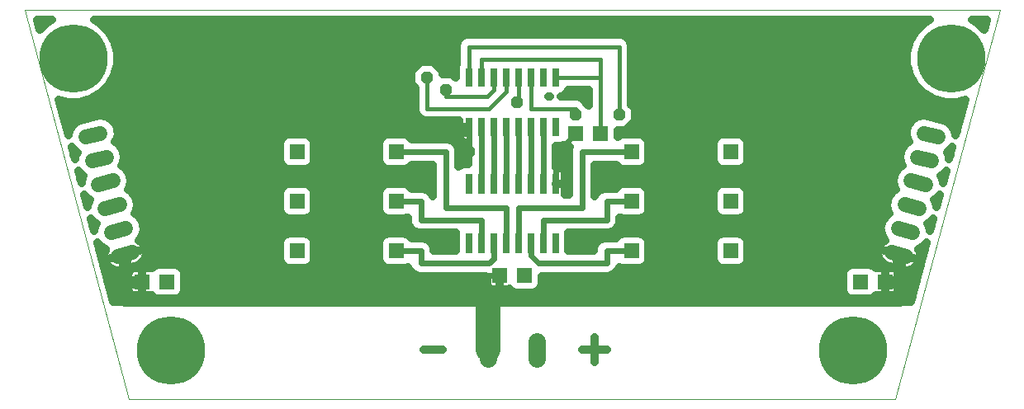
<source format=gbl>
G75*
%MOIN*%
%OFA0B0*%
%FSLAX24Y24*%
%IPPOS*%
%LPD*%
%AMOC8*
5,1,8,0,0,1.08239X$1,22.5*
%
%ADD10C,0.0000*%
%ADD11R,0.0250X0.0750*%
%ADD12C,0.0705*%
%ADD13R,0.0260X0.0800*%
%ADD14R,0.0591X0.0591*%
%ADD15C,0.0600*%
%ADD16C,0.0160*%
%ADD17C,0.0500*%
%ADD18OC8,0.0472*%
%ADD19C,0.0240*%
%ADD20C,0.1000*%
%ADD21C,0.0320*%
%ADD22C,0.2756*%
D10*
X015374Y006799D02*
X011142Y022547D01*
X050512Y022547D01*
X046280Y006799D01*
X015374Y006799D01*
D11*
X029077Y017799D03*
X029577Y017799D03*
X030077Y017799D03*
X030577Y017799D03*
X031077Y017799D03*
X031577Y017799D03*
X032077Y017799D03*
X032577Y017799D03*
X032577Y019799D03*
X032077Y019799D03*
X031577Y019799D03*
X031077Y019799D03*
X030577Y019799D03*
X030077Y019799D03*
X029577Y019799D03*
X029077Y019799D03*
D12*
X029843Y009151D02*
X029843Y008446D01*
X031811Y008446D02*
X031811Y009151D01*
D13*
X031577Y013089D03*
X031077Y013089D03*
X030577Y013089D03*
X030077Y013089D03*
X029577Y013089D03*
X029077Y013089D03*
X032077Y013089D03*
X032577Y013089D03*
X032577Y015509D03*
X032077Y015509D03*
X031577Y015509D03*
X031077Y015509D03*
X030577Y015509D03*
X030077Y015509D03*
X029577Y015509D03*
X029077Y015509D03*
D14*
X026142Y014799D03*
X026142Y016799D03*
X022142Y016799D03*
X022142Y014799D03*
X022142Y012799D03*
X026142Y012799D03*
X030327Y011799D03*
X031327Y011799D03*
X035642Y012799D03*
X035642Y014799D03*
X035642Y016799D03*
X034392Y017549D03*
X033392Y017549D03*
X039642Y016799D03*
X039642Y014799D03*
X039642Y012799D03*
X044892Y011549D03*
X045892Y011549D03*
X016892Y011549D03*
X015892Y011549D03*
D15*
X015496Y012724D02*
X014917Y012569D01*
X014658Y013535D02*
X015237Y013690D01*
X014979Y014656D02*
X014399Y014500D01*
X014140Y015466D02*
X014720Y015622D01*
X014461Y016588D02*
X013881Y016432D01*
X013623Y017398D02*
X014202Y017554D01*
X046158Y012724D02*
X046737Y012569D01*
X046996Y013535D02*
X046417Y013690D01*
X046675Y014656D02*
X047255Y014500D01*
X047514Y015466D02*
X046934Y015622D01*
X047193Y016588D02*
X047773Y016432D01*
X048032Y017398D02*
X047452Y017554D01*
D16*
X035142Y018299D02*
X035142Y021049D01*
X029077Y021049D01*
X029077Y019799D01*
X029577Y019799D02*
X029577Y020549D01*
X034392Y020549D01*
X034392Y019799D01*
X032577Y019799D01*
X031577Y019799D02*
X031577Y018549D01*
X033392Y018549D01*
X033392Y018299D01*
X034392Y017549D02*
X034392Y019799D01*
X031077Y019799D02*
X031077Y018799D01*
X031017Y018799D01*
X030577Y019234D02*
X030577Y019799D01*
X030077Y019799D02*
X030077Y019299D01*
X029827Y019049D01*
X028142Y019049D01*
X028142Y019299D01*
X027392Y019799D02*
X027392Y018549D01*
X029892Y018549D01*
X030577Y019234D01*
D17*
X029843Y010799D02*
X025142Y010799D01*
X015206Y010799D01*
X015206Y011549D01*
X015206Y012646D01*
X015206Y011549D02*
X015892Y011549D01*
X029843Y010799D02*
X046448Y010799D01*
X046448Y011549D01*
X046448Y012646D01*
X046448Y011549D02*
X045892Y011549D01*
D18*
X035142Y018299D03*
X033392Y018299D03*
X032892Y016799D03*
X031017Y018799D03*
X029077Y016799D03*
X028142Y019299D03*
X027392Y019799D03*
D19*
X029077Y017799D02*
X029077Y017549D01*
X025142Y017549D01*
X025142Y010799D01*
X027142Y012299D02*
X027142Y012799D01*
X026142Y012799D01*
X027142Y012299D02*
X029892Y012299D01*
X030077Y012484D01*
X030077Y013089D01*
X029577Y013089D02*
X029577Y014049D01*
X027142Y014049D01*
X027142Y014799D01*
X026142Y014799D01*
X028142Y014549D02*
X030577Y014549D01*
X030577Y013089D01*
X031077Y013089D02*
X031077Y014549D01*
X033642Y014549D01*
X033642Y016799D01*
X035642Y016799D01*
X033392Y017549D02*
X032892Y017049D01*
X032892Y016799D01*
X032577Y016799D01*
X032577Y015509D01*
X032077Y015509D02*
X032077Y017799D01*
X031577Y017799D02*
X031577Y015509D01*
X031077Y015509D02*
X031077Y017799D01*
X030577Y017799D02*
X030577Y015509D01*
X030077Y015509D02*
X030077Y017799D01*
X029577Y017799D02*
X029577Y015509D01*
X028142Y014549D02*
X028142Y016799D01*
X026142Y016799D01*
X029077Y016799D02*
X029077Y017549D01*
X032077Y014049D02*
X032077Y013089D01*
X031577Y013089D02*
X031577Y012614D01*
X031892Y012299D01*
X034642Y012299D01*
X034642Y012799D01*
X035642Y012799D01*
X034642Y014049D02*
X034642Y014799D01*
X035642Y014799D01*
X034642Y014049D02*
X032077Y014049D01*
X030327Y011799D02*
X029843Y011799D01*
X029843Y010799D01*
D20*
X029843Y008799D01*
D21*
X028017Y008799D02*
X027267Y008799D01*
X029830Y011338D02*
X029801Y011380D01*
X029782Y011428D01*
X029772Y011478D01*
X029772Y011779D01*
X027039Y011779D01*
X026847Y011858D01*
X026701Y012004D01*
X026639Y012154D01*
X026517Y012104D01*
X025767Y012104D01*
X025620Y012164D01*
X025508Y012277D01*
X025447Y012424D01*
X025447Y013174D01*
X025508Y013321D01*
X025620Y013433D01*
X025767Y013494D01*
X026517Y013494D01*
X026664Y013433D01*
X026776Y013321D01*
X026777Y013319D01*
X027245Y013319D01*
X027437Y013240D01*
X027583Y013093D01*
X027662Y012902D01*
X027662Y012819D01*
X028547Y012819D01*
X028547Y013529D01*
X027039Y013529D01*
X026847Y013608D01*
X026701Y013754D01*
X026622Y013945D01*
X026622Y014147D01*
X026517Y014104D01*
X025767Y014104D01*
X025620Y014164D01*
X025508Y014277D01*
X025447Y014424D01*
X025447Y015174D01*
X025508Y015321D01*
X025620Y015433D01*
X025767Y015494D01*
X026517Y015494D01*
X026664Y015433D01*
X026776Y015321D01*
X026777Y015319D01*
X027245Y015319D01*
X027437Y015240D01*
X027583Y015093D01*
X027622Y014999D01*
X027622Y016279D01*
X026777Y016279D01*
X026776Y016277D01*
X026664Y016164D01*
X026517Y016104D01*
X025767Y016104D01*
X025620Y016164D01*
X025508Y016277D01*
X025447Y016424D01*
X025447Y017174D01*
X025508Y017321D01*
X025620Y017433D01*
X025767Y017494D01*
X026517Y017494D01*
X026664Y017433D01*
X026776Y017321D01*
X026777Y017319D01*
X028245Y017319D01*
X028437Y017240D01*
X028583Y017093D01*
X028662Y016902D01*
X028662Y016189D01*
X028720Y016248D01*
X028867Y016309D01*
X029057Y016309D01*
X029057Y017164D01*
X028926Y017164D01*
X028876Y017174D01*
X028829Y017193D01*
X028786Y017222D01*
X028750Y017258D01*
X028722Y017301D01*
X028702Y017348D01*
X028692Y017398D01*
X028692Y017799D01*
X029052Y017799D01*
X029052Y017799D01*
X028692Y017799D01*
X028692Y018069D01*
X027297Y018069D01*
X027120Y018142D01*
X026985Y018277D01*
X026912Y018453D01*
X026912Y019379D01*
X026756Y019535D01*
X026756Y020062D01*
X027128Y020435D01*
X027656Y020435D01*
X028028Y020062D01*
X028028Y019935D01*
X028406Y019935D01*
X028552Y019789D01*
X028552Y020253D01*
X028597Y020362D01*
X028597Y021144D01*
X028670Y021321D01*
X028805Y021456D01*
X028982Y021529D01*
X035237Y021529D01*
X035414Y021456D01*
X035549Y021321D01*
X035622Y021144D01*
X035622Y018719D01*
X035778Y018562D01*
X035778Y018035D01*
X035406Y017663D01*
X035087Y017663D01*
X035087Y017400D01*
X035120Y017433D01*
X035267Y017494D01*
X036017Y017494D01*
X036164Y017433D01*
X036276Y017321D01*
X036337Y017174D01*
X036337Y016424D01*
X036276Y016277D01*
X036164Y016164D01*
X036017Y016104D01*
X035267Y016104D01*
X035120Y016164D01*
X035008Y016277D01*
X035007Y016279D01*
X034162Y016279D01*
X034162Y014999D01*
X034201Y015093D01*
X034347Y015240D01*
X034539Y015319D01*
X035007Y015319D01*
X035008Y015321D01*
X035120Y015433D01*
X035267Y015494D01*
X036017Y015494D01*
X036164Y015433D01*
X036276Y015321D01*
X036337Y015174D01*
X036337Y014424D01*
X036276Y014277D01*
X036164Y014164D01*
X036017Y014104D01*
X035267Y014104D01*
X035162Y014147D01*
X035162Y013945D01*
X035083Y013754D01*
X034937Y013608D01*
X034745Y013529D01*
X033107Y013529D01*
X033107Y012819D01*
X034122Y012819D01*
X034122Y012902D01*
X034201Y013093D01*
X034347Y013240D01*
X034539Y013319D01*
X035007Y013319D01*
X035008Y013321D01*
X035120Y013433D01*
X035267Y013494D01*
X036017Y013494D01*
X036164Y013433D01*
X036276Y013321D01*
X036337Y013174D01*
X036337Y012424D01*
X036276Y012277D01*
X036164Y012164D01*
X036017Y012104D01*
X035267Y012104D01*
X035145Y012154D01*
X035083Y012004D01*
X034937Y011858D01*
X034745Y011779D01*
X032022Y011779D01*
X032022Y011424D01*
X031961Y011277D01*
X031849Y011164D01*
X031702Y011104D01*
X030952Y011104D01*
X030805Y011164D01*
X030711Y011259D01*
X030698Y011254D01*
X030648Y011244D01*
X030327Y011244D01*
X030327Y011799D01*
X030327Y011799D01*
X030327Y011244D01*
X030006Y011244D01*
X029956Y011254D01*
X029909Y011273D01*
X029866Y011302D01*
X029830Y011338D01*
X029946Y011258D02*
X017587Y011258D01*
X017587Y011174D02*
X017587Y011924D01*
X017526Y012071D01*
X017414Y012183D01*
X017267Y012244D01*
X016517Y012244D01*
X016370Y012183D01*
X016276Y012089D01*
X016263Y012094D01*
X016213Y012104D01*
X015892Y012104D01*
X015571Y012104D01*
X015521Y012094D01*
X015474Y012075D01*
X015431Y012046D01*
X015395Y012010D01*
X015366Y011967D01*
X015347Y011920D01*
X015337Y011870D01*
X015337Y011549D01*
X015892Y011549D01*
X015892Y012104D01*
X015892Y011549D01*
X015892Y011549D01*
X015892Y011549D01*
X015337Y011549D01*
X015337Y011228D01*
X015347Y011178D01*
X015366Y011130D01*
X015395Y011088D01*
X015431Y011052D01*
X015474Y011023D01*
X015521Y011004D01*
X015571Y010994D01*
X015892Y010994D01*
X016213Y010994D01*
X016263Y011004D01*
X016276Y011009D01*
X016370Y010914D01*
X016517Y010854D01*
X017267Y010854D01*
X017414Y010914D01*
X017526Y011027D01*
X017587Y011174D01*
X017439Y010939D02*
X044345Y010939D01*
X044370Y010914D02*
X044517Y010854D01*
X045267Y010854D01*
X045414Y010914D01*
X045508Y011009D01*
X045521Y011004D01*
X045571Y010994D01*
X045892Y010994D01*
X046213Y010994D01*
X046263Y011004D01*
X046310Y011023D01*
X046353Y011052D01*
X046389Y011088D01*
X046418Y011130D01*
X046437Y011178D01*
X046447Y011228D01*
X046447Y011549D01*
X046447Y011870D01*
X046437Y011920D01*
X046418Y011967D01*
X046389Y012010D01*
X046353Y012046D01*
X046310Y012075D01*
X046263Y012094D01*
X046213Y012104D01*
X045892Y012104D01*
X045571Y012104D01*
X045521Y012094D01*
X045508Y012089D01*
X045414Y012183D01*
X045267Y012244D01*
X044517Y012244D01*
X044370Y012183D01*
X044258Y012071D01*
X044197Y011924D01*
X044197Y011174D01*
X044258Y011027D01*
X044370Y010914D01*
X044197Y011258D02*
X031942Y011258D01*
X032022Y011576D02*
X044197Y011576D01*
X044197Y011895D02*
X034973Y011895D01*
X036213Y012213D02*
X039071Y012213D01*
X039120Y012164D02*
X039267Y012104D01*
X040017Y012104D01*
X040164Y012164D01*
X040276Y012277D01*
X040337Y012424D01*
X040337Y013174D01*
X040276Y013321D01*
X040164Y013433D01*
X040017Y013494D01*
X039267Y013494D01*
X039120Y013433D01*
X039008Y013321D01*
X038947Y013174D01*
X038947Y012424D01*
X039008Y012277D01*
X039120Y012164D01*
X038947Y012532D02*
X036337Y012532D01*
X036337Y012850D02*
X038947Y012850D01*
X038947Y013169D02*
X036337Y013169D01*
X036033Y013487D02*
X039251Y013487D01*
X040033Y013487D02*
X045737Y013487D01*
X045741Y013460D02*
X045880Y013219D01*
X045887Y013214D01*
X045840Y013187D01*
X045771Y013131D01*
X045712Y013066D01*
X045664Y012992D01*
X045628Y012911D01*
X045617Y012869D01*
X046448Y012646D01*
X046448Y012646D01*
X047278Y012424D01*
X047290Y012466D01*
X047299Y012554D01*
X047294Y012642D01*
X047276Y012728D01*
X047244Y012810D01*
X047217Y012858D01*
X047226Y012859D01*
X047467Y012998D01*
X047567Y013128D01*
X046924Y010736D01*
X014730Y010736D01*
X014088Y013128D01*
X014187Y012998D01*
X014428Y012859D01*
X014437Y012858D01*
X014410Y012810D01*
X014378Y012728D01*
X014360Y012642D01*
X014355Y012554D01*
X014364Y012466D01*
X014376Y012424D01*
X015206Y012646D01*
X014376Y012424D01*
X014387Y012381D01*
X014423Y012301D01*
X014471Y012227D01*
X014530Y012161D01*
X014598Y012106D01*
X014675Y012062D01*
X014757Y012030D01*
X014843Y012012D01*
X014931Y012007D01*
X015019Y012016D01*
X015351Y012105D01*
X015206Y012646D01*
X015206Y012646D01*
X015206Y012646D01*
X015351Y012105D01*
X015684Y012194D01*
X015764Y012230D01*
X015838Y012278D01*
X015904Y012337D01*
X015959Y012406D01*
X016003Y012482D01*
X016035Y012564D01*
X016053Y012651D01*
X016058Y012739D01*
X016049Y012826D01*
X016037Y012869D01*
X016026Y012911D01*
X015990Y012992D01*
X015942Y013066D01*
X015883Y013131D01*
X015814Y013187D01*
X015767Y013214D01*
X015774Y013219D01*
X015913Y013460D01*
X015950Y013736D01*
X015878Y014005D01*
X015708Y014226D01*
X015581Y014300D01*
X015654Y014426D01*
X015691Y014702D01*
X015619Y014971D01*
X015449Y015192D01*
X015322Y015266D01*
X015396Y015392D01*
X015432Y015668D01*
X015360Y015937D01*
X015190Y016158D01*
X015064Y016231D01*
X015137Y016358D01*
X015173Y016634D01*
X015101Y016903D01*
X014932Y017124D01*
X014805Y017197D01*
X014878Y017324D01*
X014914Y017600D01*
X014842Y017869D01*
X014673Y018090D01*
X014432Y018229D01*
X014155Y018266D01*
X013307Y018038D01*
X013086Y017869D01*
X012947Y017628D01*
X012878Y017628D01*
X012947Y017628D02*
X012924Y017457D01*
X012539Y018891D01*
X012876Y018800D01*
X013345Y018800D01*
X013797Y018922D01*
X014202Y019156D01*
X014533Y019487D01*
X014767Y019892D01*
X014888Y020344D01*
X014888Y020812D01*
X014767Y021265D01*
X014533Y021670D01*
X014202Y022001D01*
X013950Y022147D01*
X047704Y022147D01*
X047452Y022001D01*
X047121Y021670D01*
X046887Y021265D01*
X046766Y020812D01*
X046766Y020344D01*
X046887Y019892D01*
X047121Y019487D01*
X047452Y019156D01*
X047857Y018922D01*
X048309Y018800D01*
X048778Y018800D01*
X049115Y018891D01*
X048730Y017457D01*
X048707Y017628D01*
X048776Y017628D01*
X048707Y017628D02*
X048568Y017869D01*
X048347Y018038D01*
X047499Y018266D01*
X047223Y018229D01*
X046981Y018090D01*
X046812Y017869D01*
X046740Y017600D01*
X046776Y017324D01*
X046849Y017197D01*
X046723Y017124D01*
X046553Y016903D01*
X046481Y016634D01*
X046517Y016358D01*
X046590Y016231D01*
X046464Y016158D01*
X046294Y015937D01*
X046222Y015668D01*
X046258Y015392D01*
X046332Y015266D01*
X046205Y015192D01*
X046035Y014971D01*
X045963Y014702D01*
X046000Y014426D01*
X046073Y014300D01*
X045946Y014226D01*
X045777Y014005D01*
X045704Y013736D01*
X045741Y013460D01*
X045817Y013169D02*
X040337Y013169D01*
X040337Y012850D02*
X045612Y012850D01*
X045617Y012869D02*
X045606Y012826D01*
X045596Y012739D01*
X045601Y012651D01*
X045619Y012564D01*
X045651Y012482D01*
X045695Y012406D01*
X045750Y012337D01*
X045816Y012278D01*
X045890Y012230D01*
X045970Y012194D01*
X046303Y012105D01*
X046635Y012016D01*
X046723Y012007D01*
X046811Y012012D01*
X046897Y012030D01*
X046979Y012062D01*
X047056Y012106D01*
X047124Y012161D01*
X047183Y012227D01*
X047231Y012301D01*
X047267Y012381D01*
X047278Y012424D01*
X046448Y012646D01*
X046303Y012105D01*
X046448Y012646D01*
X046448Y012646D01*
X045617Y012869D01*
X045686Y012850D02*
X045686Y012850D01*
X045632Y012532D02*
X040337Y012532D01*
X040213Y012213D02*
X044443Y012213D01*
X045341Y012213D02*
X045928Y012213D01*
X045892Y012104D02*
X045892Y011549D01*
X045892Y012104D01*
X045892Y011895D02*
X045892Y011895D01*
X045892Y011576D02*
X045892Y011576D01*
X045892Y011549D02*
X045892Y011549D01*
X046447Y011549D01*
X045892Y011549D01*
X045892Y011549D01*
X045892Y010994D01*
X045892Y011549D01*
X045892Y011549D01*
X045892Y011258D02*
X045892Y011258D01*
X045439Y010939D02*
X046978Y010939D01*
X047064Y011258D02*
X046447Y011258D01*
X046447Y011576D02*
X047150Y011576D01*
X047235Y011895D02*
X046442Y011895D01*
X046332Y012213D02*
X046332Y012213D01*
X046417Y012532D02*
X046417Y012532D01*
X046448Y012646D02*
X046448Y012646D01*
X046875Y012532D02*
X046875Y012532D01*
X047297Y012532D02*
X047406Y012532D01*
X047492Y012850D02*
X047221Y012850D01*
X047171Y012213D02*
X047321Y012213D01*
X047694Y013601D02*
X047672Y013764D01*
X047599Y013891D01*
X047726Y013964D01*
X047827Y014095D01*
X047694Y013601D01*
X047648Y013806D02*
X047749Y013806D01*
X047953Y014565D02*
X047931Y014730D01*
X047858Y014857D01*
X047984Y014930D01*
X048087Y015063D01*
X047953Y014565D01*
X047913Y014761D02*
X048006Y014761D01*
X048212Y015529D02*
X048190Y015696D01*
X048117Y015823D01*
X048243Y015896D01*
X048347Y016030D01*
X048212Y015529D01*
X048178Y015717D02*
X048262Y015717D01*
X048471Y016493D02*
X048449Y016662D01*
X048375Y016788D01*
X048502Y016862D01*
X048607Y016998D01*
X048471Y016493D01*
X048442Y016672D02*
X048519Y016672D01*
X048601Y016991D02*
X048605Y016991D01*
X048467Y017946D02*
X048861Y017946D01*
X048947Y018265D02*
X047502Y018265D01*
X047492Y018265D02*
X035778Y018265D01*
X035757Y018583D02*
X049033Y018583D01*
X047931Y018902D02*
X035622Y018902D01*
X035622Y019220D02*
X047387Y019220D01*
X047091Y019539D02*
X035622Y019539D01*
X035622Y019857D02*
X046907Y019857D01*
X046811Y020176D02*
X035622Y020176D01*
X035622Y020494D02*
X046766Y020494D01*
X046766Y020813D02*
X035622Y020813D01*
X035622Y021131D02*
X046851Y021131D01*
X046994Y021450D02*
X035420Y021450D01*
X033912Y019319D02*
X033091Y019319D01*
X033041Y019197D01*
X032929Y019085D01*
X032794Y019029D01*
X033487Y019029D01*
X033664Y018956D01*
X033799Y018821D01*
X033819Y018771D01*
X033912Y018679D01*
X033912Y019319D01*
X033912Y019220D02*
X033051Y019220D01*
X032360Y019029D02*
X032294Y019029D01*
X032327Y019043D01*
X032360Y019029D01*
X033718Y018902D02*
X033912Y018902D01*
X035689Y017946D02*
X046871Y017946D01*
X046747Y017628D02*
X035087Y017628D01*
X036281Y017309D02*
X039003Y017309D01*
X039008Y017321D02*
X038947Y017174D01*
X038947Y016424D01*
X039008Y016277D01*
X039120Y016164D01*
X039267Y016104D01*
X040017Y016104D01*
X040164Y016164D01*
X040276Y016277D01*
X040337Y016424D01*
X040337Y017174D01*
X040276Y017321D01*
X040164Y017433D01*
X040017Y017494D01*
X039267Y017494D01*
X039120Y017433D01*
X039008Y017321D01*
X038947Y016991D02*
X036337Y016991D01*
X036337Y016672D02*
X038947Y016672D01*
X038976Y016354D02*
X036308Y016354D01*
X036199Y015398D02*
X039085Y015398D01*
X039120Y015433D02*
X039008Y015321D01*
X038947Y015174D01*
X038947Y014424D01*
X039008Y014277D01*
X039120Y014164D01*
X039267Y014104D01*
X040017Y014104D01*
X040164Y014164D01*
X040276Y014277D01*
X040337Y014424D01*
X040337Y015174D01*
X040276Y015321D01*
X040164Y015433D01*
X040017Y015494D01*
X039267Y015494D01*
X039120Y015433D01*
X038947Y015080D02*
X036337Y015080D01*
X036337Y014761D02*
X038947Y014761D01*
X038947Y014443D02*
X036337Y014443D01*
X036067Y014124D02*
X039217Y014124D01*
X040067Y014124D02*
X045868Y014124D01*
X045997Y014443D02*
X040337Y014443D01*
X040337Y014761D02*
X045979Y014761D01*
X046119Y015080D02*
X040337Y015080D01*
X040199Y015398D02*
X046258Y015398D01*
X046235Y015717D02*
X034162Y015717D01*
X034162Y016035D02*
X046369Y016035D01*
X046520Y016354D02*
X040308Y016354D01*
X040337Y016672D02*
X046491Y016672D01*
X046620Y016991D02*
X040337Y016991D01*
X040281Y017309D02*
X046785Y017309D01*
X045723Y013806D02*
X035104Y013806D01*
X035162Y014124D02*
X035217Y014124D01*
X035251Y013487D02*
X033107Y013487D01*
X033107Y013169D02*
X034277Y013169D01*
X034122Y012850D02*
X033107Y012850D01*
X030712Y011258D02*
X030708Y011258D01*
X030327Y011258D02*
X030327Y011258D01*
X030327Y011576D02*
X030327Y011576D01*
X029772Y011576D02*
X017587Y011576D01*
X017587Y011895D02*
X026811Y011895D01*
X025571Y012213D02*
X022713Y012213D01*
X022664Y012164D02*
X022776Y012277D01*
X022837Y012424D01*
X022837Y013174D01*
X022776Y013321D01*
X022664Y013433D01*
X022517Y013494D01*
X021767Y013494D01*
X021620Y013433D01*
X021508Y013321D01*
X021447Y013174D01*
X021447Y012424D01*
X021508Y012277D01*
X021620Y012164D01*
X021767Y012104D01*
X022517Y012104D01*
X022664Y012164D01*
X022837Y012532D02*
X025447Y012532D01*
X025447Y012850D02*
X022837Y012850D01*
X022837Y013169D02*
X025447Y013169D01*
X025751Y013487D02*
X022533Y013487D01*
X022517Y014104D02*
X021767Y014104D01*
X021620Y014164D01*
X021508Y014277D01*
X021447Y014424D01*
X021447Y015174D01*
X021508Y015321D01*
X021620Y015433D01*
X021767Y015494D01*
X022517Y015494D01*
X022664Y015433D01*
X022776Y015321D01*
X022837Y015174D01*
X022837Y014424D01*
X022776Y014277D01*
X022664Y014164D01*
X022517Y014104D01*
X022567Y014124D02*
X025717Y014124D01*
X025447Y014443D02*
X022837Y014443D01*
X022837Y014761D02*
X025447Y014761D01*
X025447Y015080D02*
X022837Y015080D01*
X022699Y015398D02*
X025585Y015398D01*
X025476Y016354D02*
X022808Y016354D01*
X022837Y016424D02*
X022776Y016277D01*
X022664Y016164D01*
X022517Y016104D01*
X021767Y016104D01*
X021620Y016164D01*
X021508Y016277D01*
X021447Y016424D01*
X021447Y017174D01*
X021508Y017321D01*
X021620Y017433D01*
X021767Y017494D01*
X022517Y017494D01*
X022664Y017433D01*
X022776Y017321D01*
X022837Y017174D01*
X022837Y016424D01*
X022837Y016672D02*
X025447Y016672D01*
X025447Y016991D02*
X022837Y016991D01*
X022781Y017309D02*
X025503Y017309D01*
X026997Y018265D02*
X014162Y018265D01*
X014152Y018265D02*
X012707Y018265D01*
X012621Y018583D02*
X026912Y018583D01*
X026912Y018902D02*
X013723Y018902D01*
X014267Y019220D02*
X026912Y019220D01*
X026756Y019539D02*
X014563Y019539D01*
X014747Y019857D02*
X026756Y019857D01*
X026869Y020176D02*
X014843Y020176D01*
X014888Y020494D02*
X028597Y020494D01*
X028597Y020813D02*
X014888Y020813D01*
X014803Y021131D02*
X028597Y021131D01*
X028799Y021450D02*
X014660Y021450D01*
X014435Y021768D02*
X047219Y021768D01*
X047600Y022087D02*
X014054Y022087D01*
X012271Y022147D02*
X012019Y022001D01*
X011770Y021752D01*
X011664Y022147D01*
X012271Y022147D01*
X012167Y022087D02*
X011680Y022087D01*
X011765Y021768D02*
X011786Y021768D01*
X012793Y017946D02*
X013187Y017946D01*
X014783Y017946D02*
X028692Y017946D01*
X028692Y017628D02*
X014907Y017628D01*
X014869Y017309D02*
X021503Y017309D01*
X021447Y016991D02*
X015034Y016991D01*
X015163Y016672D02*
X021447Y016672D01*
X021476Y016354D02*
X015134Y016354D01*
X015285Y016035D02*
X027622Y016035D01*
X027622Y015717D02*
X015419Y015717D01*
X015396Y015398D02*
X021585Y015398D01*
X021447Y015080D02*
X015535Y015080D01*
X015675Y014761D02*
X021447Y014761D01*
X021447Y014443D02*
X015657Y014443D01*
X015786Y014124D02*
X021717Y014124D01*
X021751Y013487D02*
X015917Y013487D01*
X015931Y013806D02*
X026680Y013806D01*
X026622Y014124D02*
X026567Y014124D01*
X026533Y013487D02*
X028547Y013487D01*
X028547Y013169D02*
X027507Y013169D01*
X027662Y012850D02*
X028547Y012850D01*
X027622Y015080D02*
X027588Y015080D01*
X027622Y015398D02*
X026699Y015398D01*
X028662Y016354D02*
X029057Y016354D01*
X029057Y016672D02*
X028662Y016672D01*
X028625Y016991D02*
X029057Y016991D01*
X028718Y017309D02*
X028268Y017309D01*
X028483Y019857D02*
X028552Y019857D01*
X028552Y020176D02*
X027915Y020176D01*
X032597Y017024D02*
X032782Y017024D01*
X032907Y017076D01*
X032931Y017052D01*
X032974Y017023D01*
X033021Y017004D01*
X033071Y016994D01*
X033160Y016994D01*
X033122Y016902D01*
X033122Y015069D01*
X032964Y015069D01*
X032967Y015083D01*
X032967Y015509D01*
X032967Y015934D01*
X032957Y015985D01*
X032937Y016032D01*
X032909Y016075D01*
X032873Y016111D01*
X032830Y016139D01*
X032783Y016159D01*
X032733Y016169D01*
X032597Y016169D01*
X032597Y017024D01*
X032597Y016991D02*
X033159Y016991D01*
X033122Y016672D02*
X032597Y016672D01*
X032597Y016354D02*
X033122Y016354D01*
X033122Y016035D02*
X032935Y016035D01*
X032967Y015717D02*
X033122Y015717D01*
X032967Y015509D02*
X032607Y015509D01*
X032607Y015509D01*
X032967Y015509D01*
X032967Y015398D02*
X033122Y015398D01*
X033122Y015080D02*
X032966Y015080D01*
X034162Y015080D02*
X034196Y015080D01*
X034162Y015398D02*
X035085Y015398D01*
X034142Y009299D02*
X034142Y008799D01*
X034142Y008299D01*
X034142Y008799D02*
X033642Y008799D01*
X034142Y008799D02*
X034642Y008799D01*
X021571Y012213D02*
X017341Y012213D01*
X016443Y012213D02*
X015726Y012213D01*
X015892Y011895D02*
X015892Y011895D01*
X015892Y011576D02*
X015892Y011576D01*
X015892Y011549D02*
X015892Y010994D01*
X015892Y011549D01*
X015892Y011549D01*
X015892Y011258D02*
X015892Y011258D01*
X016345Y010939D02*
X014676Y010939D01*
X014590Y011258D02*
X015337Y011258D01*
X015337Y011576D02*
X014505Y011576D01*
X014419Y011895D02*
X015342Y011895D01*
X015322Y012213D02*
X015322Y012213D01*
X015237Y012532D02*
X015237Y012532D01*
X015206Y012646D02*
X015206Y012646D01*
X016037Y012869D01*
X015206Y012646D01*
X014779Y012532D02*
X014779Y012532D01*
X014357Y012532D02*
X014248Y012532D01*
X014162Y012850D02*
X014433Y012850D01*
X014483Y012213D02*
X014333Y012213D01*
X016022Y012532D02*
X021447Y012532D01*
X021447Y012850D02*
X016042Y012850D01*
X015968Y012850D02*
X015968Y012850D01*
X015837Y013169D02*
X021447Y013169D01*
X014055Y013891D02*
X013982Y013764D01*
X013960Y013601D01*
X013828Y014095D01*
X013928Y013964D01*
X014055Y013891D01*
X014006Y013806D02*
X013905Y013806D01*
X013701Y014565D02*
X013568Y015063D01*
X013670Y014930D01*
X013796Y014857D01*
X013723Y014730D01*
X013701Y014565D01*
X013741Y014761D02*
X013649Y014761D01*
X013442Y015529D02*
X013308Y016030D01*
X013411Y015896D01*
X013538Y015823D01*
X013464Y015696D01*
X013442Y015529D01*
X013477Y015717D02*
X013392Y015717D01*
X013183Y016493D02*
X013047Y016998D01*
X013152Y016862D01*
X013279Y016788D01*
X013206Y016662D01*
X013183Y016493D01*
X013212Y016672D02*
X013135Y016672D01*
X013053Y016991D02*
X013049Y016991D01*
X049383Y022147D02*
X049635Y022001D01*
X049884Y021752D01*
X049990Y022147D01*
X049383Y022147D01*
X049487Y022087D02*
X049974Y022087D01*
X049889Y021768D02*
X049868Y021768D01*
D22*
X048544Y020578D03*
X044607Y008767D03*
X017048Y008767D03*
X013110Y020578D03*
M02*

</source>
